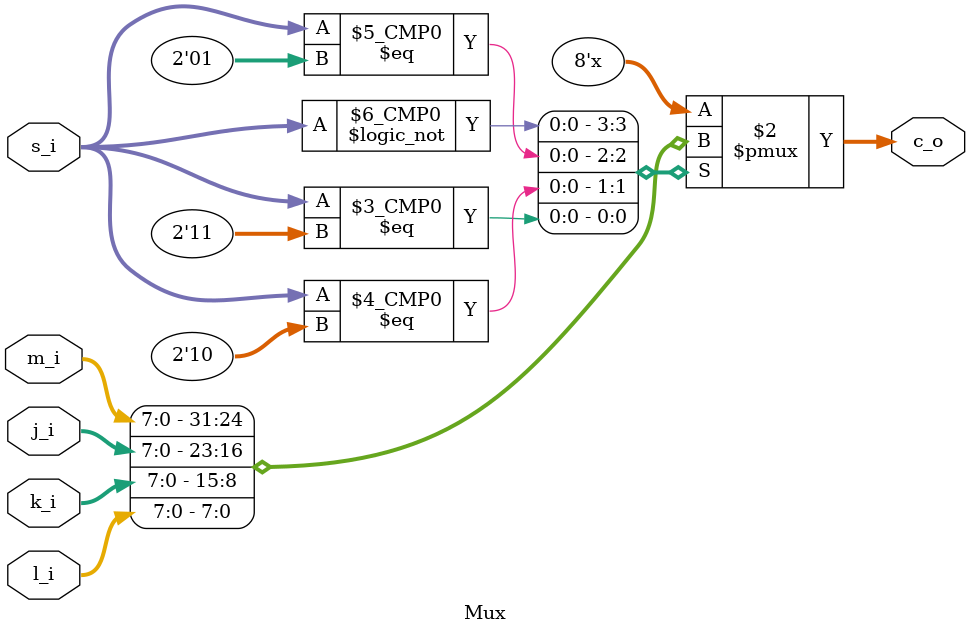
<source format=v>
`timescale 1ns / 1ps

module Mux(
    input [7:0]j_i,
    input [7:0]k_i,
    input [7:0]l_i,
    input [7:0]m_i,
    input [1:0]s_i,
    output reg [7:0]c_o
    );
    
    always @(*) begin
        case(s_i)
            2'b00: c_o = m_i[7:0];
            2'b01: c_o = j_i[7:0];
            2'b10: c_o = k_i[7:0];
            2'b11: c_o = l_i[7:0];
        endcase
    end
endmodule

</source>
